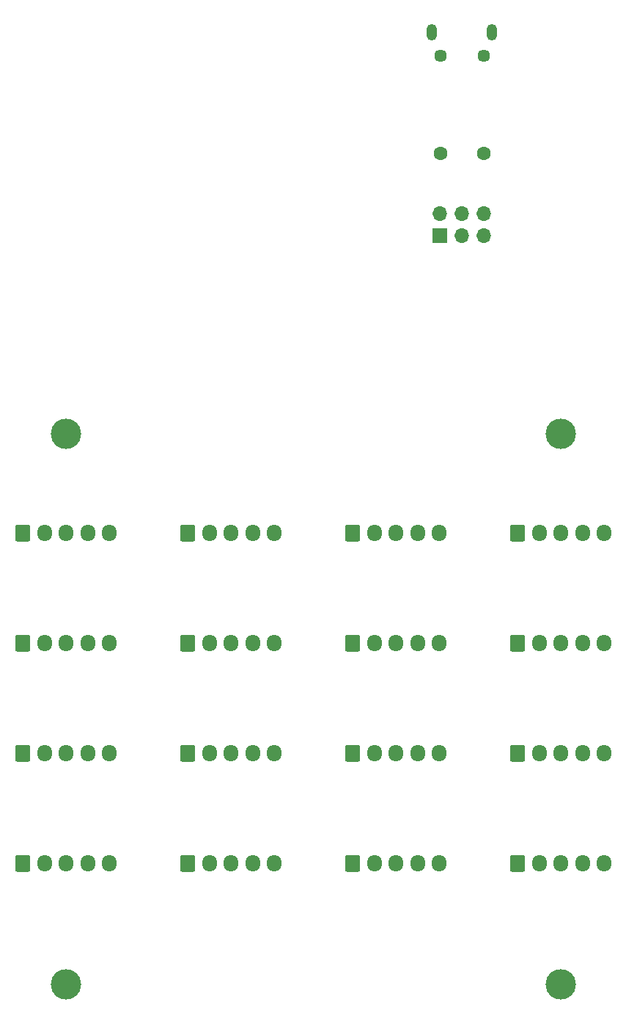
<source format=gbr>
G04 #@! TF.GenerationSoftware,KiCad,Pcbnew,(5.1.5-0-10_14)*
G04 #@! TF.CreationDate,2020-07-04T20:20:26+02:00*
G04 #@! TF.ProjectId,controller,636f6e74-726f-46c6-9c65-722e6b696361,rev?*
G04 #@! TF.SameCoordinates,Original*
G04 #@! TF.FileFunction,Soldermask,Bot*
G04 #@! TF.FilePolarity,Negative*
%FSLAX46Y46*%
G04 Gerber Fmt 4.6, Leading zero omitted, Abs format (unit mm)*
G04 Created by KiCad (PCBNEW (5.1.5-0-10_14)) date 2020-07-04 20:20:26*
%MOMM*%
%LPD*%
G04 APERTURE LIST*
%ADD10O,1.200000X1.900000*%
%ADD11C,1.450000*%
%ADD12O,1.700000X1.950000*%
%ADD13C,0.100000*%
%ADD14O,1.700000X1.700000*%
%ADD15R,1.700000X1.700000*%
%ADD16C,1.600000*%
%ADD17C,3.500000*%
G04 APERTURE END LIST*
D10*
X143185000Y-51467500D03*
X150185000Y-51467500D03*
D11*
X144185000Y-54167500D03*
X149185000Y-54167500D03*
D12*
X163115000Y-109220000D03*
X160615000Y-109220000D03*
X158115000Y-109220000D03*
X155615000Y-109220000D03*
D13*
G36*
X153739504Y-108246204D02*
G01*
X153763773Y-108249804D01*
X153787571Y-108255765D01*
X153810671Y-108264030D01*
X153832849Y-108274520D01*
X153853893Y-108287133D01*
X153873598Y-108301747D01*
X153891777Y-108318223D01*
X153908253Y-108336402D01*
X153922867Y-108356107D01*
X153935480Y-108377151D01*
X153945970Y-108399329D01*
X153954235Y-108422429D01*
X153960196Y-108446227D01*
X153963796Y-108470496D01*
X153965000Y-108495000D01*
X153965000Y-109945000D01*
X153963796Y-109969504D01*
X153960196Y-109993773D01*
X153954235Y-110017571D01*
X153945970Y-110040671D01*
X153935480Y-110062849D01*
X153922867Y-110083893D01*
X153908253Y-110103598D01*
X153891777Y-110121777D01*
X153873598Y-110138253D01*
X153853893Y-110152867D01*
X153832849Y-110165480D01*
X153810671Y-110175970D01*
X153787571Y-110184235D01*
X153763773Y-110190196D01*
X153739504Y-110193796D01*
X153715000Y-110195000D01*
X152515000Y-110195000D01*
X152490496Y-110193796D01*
X152466227Y-110190196D01*
X152442429Y-110184235D01*
X152419329Y-110175970D01*
X152397151Y-110165480D01*
X152376107Y-110152867D01*
X152356402Y-110138253D01*
X152338223Y-110121777D01*
X152321747Y-110103598D01*
X152307133Y-110083893D01*
X152294520Y-110062849D01*
X152284030Y-110040671D01*
X152275765Y-110017571D01*
X152269804Y-109993773D01*
X152266204Y-109969504D01*
X152265000Y-109945000D01*
X152265000Y-108495000D01*
X152266204Y-108470496D01*
X152269804Y-108446227D01*
X152275765Y-108422429D01*
X152284030Y-108399329D01*
X152294520Y-108377151D01*
X152307133Y-108356107D01*
X152321747Y-108336402D01*
X152338223Y-108318223D01*
X152356402Y-108301747D01*
X152376107Y-108287133D01*
X152397151Y-108274520D01*
X152419329Y-108264030D01*
X152442429Y-108255765D01*
X152466227Y-108249804D01*
X152490496Y-108246204D01*
X152515000Y-108245000D01*
X153715000Y-108245000D01*
X153739504Y-108246204D01*
G37*
D12*
X163115000Y-121920000D03*
X160615000Y-121920000D03*
X158115000Y-121920000D03*
X155615000Y-121920000D03*
D13*
G36*
X153739504Y-120946204D02*
G01*
X153763773Y-120949804D01*
X153787571Y-120955765D01*
X153810671Y-120964030D01*
X153832849Y-120974520D01*
X153853893Y-120987133D01*
X153873598Y-121001747D01*
X153891777Y-121018223D01*
X153908253Y-121036402D01*
X153922867Y-121056107D01*
X153935480Y-121077151D01*
X153945970Y-121099329D01*
X153954235Y-121122429D01*
X153960196Y-121146227D01*
X153963796Y-121170496D01*
X153965000Y-121195000D01*
X153965000Y-122645000D01*
X153963796Y-122669504D01*
X153960196Y-122693773D01*
X153954235Y-122717571D01*
X153945970Y-122740671D01*
X153935480Y-122762849D01*
X153922867Y-122783893D01*
X153908253Y-122803598D01*
X153891777Y-122821777D01*
X153873598Y-122838253D01*
X153853893Y-122852867D01*
X153832849Y-122865480D01*
X153810671Y-122875970D01*
X153787571Y-122884235D01*
X153763773Y-122890196D01*
X153739504Y-122893796D01*
X153715000Y-122895000D01*
X152515000Y-122895000D01*
X152490496Y-122893796D01*
X152466227Y-122890196D01*
X152442429Y-122884235D01*
X152419329Y-122875970D01*
X152397151Y-122865480D01*
X152376107Y-122852867D01*
X152356402Y-122838253D01*
X152338223Y-122821777D01*
X152321747Y-122803598D01*
X152307133Y-122783893D01*
X152294520Y-122762849D01*
X152284030Y-122740671D01*
X152275765Y-122717571D01*
X152269804Y-122693773D01*
X152266204Y-122669504D01*
X152265000Y-122645000D01*
X152265000Y-121195000D01*
X152266204Y-121170496D01*
X152269804Y-121146227D01*
X152275765Y-121122429D01*
X152284030Y-121099329D01*
X152294520Y-121077151D01*
X152307133Y-121056107D01*
X152321747Y-121036402D01*
X152338223Y-121018223D01*
X152356402Y-121001747D01*
X152376107Y-120987133D01*
X152397151Y-120974520D01*
X152419329Y-120964030D01*
X152442429Y-120955765D01*
X152466227Y-120949804D01*
X152490496Y-120946204D01*
X152515000Y-120945000D01*
X153715000Y-120945000D01*
X153739504Y-120946204D01*
G37*
D12*
X163115000Y-134620000D03*
X160615000Y-134620000D03*
X158115000Y-134620000D03*
X155615000Y-134620000D03*
D13*
G36*
X153739504Y-133646204D02*
G01*
X153763773Y-133649804D01*
X153787571Y-133655765D01*
X153810671Y-133664030D01*
X153832849Y-133674520D01*
X153853893Y-133687133D01*
X153873598Y-133701747D01*
X153891777Y-133718223D01*
X153908253Y-133736402D01*
X153922867Y-133756107D01*
X153935480Y-133777151D01*
X153945970Y-133799329D01*
X153954235Y-133822429D01*
X153960196Y-133846227D01*
X153963796Y-133870496D01*
X153965000Y-133895000D01*
X153965000Y-135345000D01*
X153963796Y-135369504D01*
X153960196Y-135393773D01*
X153954235Y-135417571D01*
X153945970Y-135440671D01*
X153935480Y-135462849D01*
X153922867Y-135483893D01*
X153908253Y-135503598D01*
X153891777Y-135521777D01*
X153873598Y-135538253D01*
X153853893Y-135552867D01*
X153832849Y-135565480D01*
X153810671Y-135575970D01*
X153787571Y-135584235D01*
X153763773Y-135590196D01*
X153739504Y-135593796D01*
X153715000Y-135595000D01*
X152515000Y-135595000D01*
X152490496Y-135593796D01*
X152466227Y-135590196D01*
X152442429Y-135584235D01*
X152419329Y-135575970D01*
X152397151Y-135565480D01*
X152376107Y-135552867D01*
X152356402Y-135538253D01*
X152338223Y-135521777D01*
X152321747Y-135503598D01*
X152307133Y-135483893D01*
X152294520Y-135462849D01*
X152284030Y-135440671D01*
X152275765Y-135417571D01*
X152269804Y-135393773D01*
X152266204Y-135369504D01*
X152265000Y-135345000D01*
X152265000Y-133895000D01*
X152266204Y-133870496D01*
X152269804Y-133846227D01*
X152275765Y-133822429D01*
X152284030Y-133799329D01*
X152294520Y-133777151D01*
X152307133Y-133756107D01*
X152321747Y-133736402D01*
X152338223Y-133718223D01*
X152356402Y-133701747D01*
X152376107Y-133687133D01*
X152397151Y-133674520D01*
X152419329Y-133664030D01*
X152442429Y-133655765D01*
X152466227Y-133649804D01*
X152490496Y-133646204D01*
X152515000Y-133645000D01*
X153715000Y-133645000D01*
X153739504Y-133646204D01*
G37*
D12*
X163115000Y-147320000D03*
X160615000Y-147320000D03*
X158115000Y-147320000D03*
X155615000Y-147320000D03*
D13*
G36*
X153739504Y-146346204D02*
G01*
X153763773Y-146349804D01*
X153787571Y-146355765D01*
X153810671Y-146364030D01*
X153832849Y-146374520D01*
X153853893Y-146387133D01*
X153873598Y-146401747D01*
X153891777Y-146418223D01*
X153908253Y-146436402D01*
X153922867Y-146456107D01*
X153935480Y-146477151D01*
X153945970Y-146499329D01*
X153954235Y-146522429D01*
X153960196Y-146546227D01*
X153963796Y-146570496D01*
X153965000Y-146595000D01*
X153965000Y-148045000D01*
X153963796Y-148069504D01*
X153960196Y-148093773D01*
X153954235Y-148117571D01*
X153945970Y-148140671D01*
X153935480Y-148162849D01*
X153922867Y-148183893D01*
X153908253Y-148203598D01*
X153891777Y-148221777D01*
X153873598Y-148238253D01*
X153853893Y-148252867D01*
X153832849Y-148265480D01*
X153810671Y-148275970D01*
X153787571Y-148284235D01*
X153763773Y-148290196D01*
X153739504Y-148293796D01*
X153715000Y-148295000D01*
X152515000Y-148295000D01*
X152490496Y-148293796D01*
X152466227Y-148290196D01*
X152442429Y-148284235D01*
X152419329Y-148275970D01*
X152397151Y-148265480D01*
X152376107Y-148252867D01*
X152356402Y-148238253D01*
X152338223Y-148221777D01*
X152321747Y-148203598D01*
X152307133Y-148183893D01*
X152294520Y-148162849D01*
X152284030Y-148140671D01*
X152275765Y-148117571D01*
X152269804Y-148093773D01*
X152266204Y-148069504D01*
X152265000Y-148045000D01*
X152265000Y-146595000D01*
X152266204Y-146570496D01*
X152269804Y-146546227D01*
X152275765Y-146522429D01*
X152284030Y-146499329D01*
X152294520Y-146477151D01*
X152307133Y-146456107D01*
X152321747Y-146436402D01*
X152338223Y-146418223D01*
X152356402Y-146401747D01*
X152376107Y-146387133D01*
X152397151Y-146374520D01*
X152419329Y-146364030D01*
X152442429Y-146355765D01*
X152466227Y-146349804D01*
X152490496Y-146346204D01*
X152515000Y-146345000D01*
X153715000Y-146345000D01*
X153739504Y-146346204D01*
G37*
D12*
X144065000Y-147320000D03*
X141565000Y-147320000D03*
X139065000Y-147320000D03*
X136565000Y-147320000D03*
D13*
G36*
X134689504Y-146346204D02*
G01*
X134713773Y-146349804D01*
X134737571Y-146355765D01*
X134760671Y-146364030D01*
X134782849Y-146374520D01*
X134803893Y-146387133D01*
X134823598Y-146401747D01*
X134841777Y-146418223D01*
X134858253Y-146436402D01*
X134872867Y-146456107D01*
X134885480Y-146477151D01*
X134895970Y-146499329D01*
X134904235Y-146522429D01*
X134910196Y-146546227D01*
X134913796Y-146570496D01*
X134915000Y-146595000D01*
X134915000Y-148045000D01*
X134913796Y-148069504D01*
X134910196Y-148093773D01*
X134904235Y-148117571D01*
X134895970Y-148140671D01*
X134885480Y-148162849D01*
X134872867Y-148183893D01*
X134858253Y-148203598D01*
X134841777Y-148221777D01*
X134823598Y-148238253D01*
X134803893Y-148252867D01*
X134782849Y-148265480D01*
X134760671Y-148275970D01*
X134737571Y-148284235D01*
X134713773Y-148290196D01*
X134689504Y-148293796D01*
X134665000Y-148295000D01*
X133465000Y-148295000D01*
X133440496Y-148293796D01*
X133416227Y-148290196D01*
X133392429Y-148284235D01*
X133369329Y-148275970D01*
X133347151Y-148265480D01*
X133326107Y-148252867D01*
X133306402Y-148238253D01*
X133288223Y-148221777D01*
X133271747Y-148203598D01*
X133257133Y-148183893D01*
X133244520Y-148162849D01*
X133234030Y-148140671D01*
X133225765Y-148117571D01*
X133219804Y-148093773D01*
X133216204Y-148069504D01*
X133215000Y-148045000D01*
X133215000Y-146595000D01*
X133216204Y-146570496D01*
X133219804Y-146546227D01*
X133225765Y-146522429D01*
X133234030Y-146499329D01*
X133244520Y-146477151D01*
X133257133Y-146456107D01*
X133271747Y-146436402D01*
X133288223Y-146418223D01*
X133306402Y-146401747D01*
X133326107Y-146387133D01*
X133347151Y-146374520D01*
X133369329Y-146364030D01*
X133392429Y-146355765D01*
X133416227Y-146349804D01*
X133440496Y-146346204D01*
X133465000Y-146345000D01*
X134665000Y-146345000D01*
X134689504Y-146346204D01*
G37*
D12*
X144065000Y-134620000D03*
X141565000Y-134620000D03*
X139065000Y-134620000D03*
X136565000Y-134620000D03*
D13*
G36*
X134689504Y-133646204D02*
G01*
X134713773Y-133649804D01*
X134737571Y-133655765D01*
X134760671Y-133664030D01*
X134782849Y-133674520D01*
X134803893Y-133687133D01*
X134823598Y-133701747D01*
X134841777Y-133718223D01*
X134858253Y-133736402D01*
X134872867Y-133756107D01*
X134885480Y-133777151D01*
X134895970Y-133799329D01*
X134904235Y-133822429D01*
X134910196Y-133846227D01*
X134913796Y-133870496D01*
X134915000Y-133895000D01*
X134915000Y-135345000D01*
X134913796Y-135369504D01*
X134910196Y-135393773D01*
X134904235Y-135417571D01*
X134895970Y-135440671D01*
X134885480Y-135462849D01*
X134872867Y-135483893D01*
X134858253Y-135503598D01*
X134841777Y-135521777D01*
X134823598Y-135538253D01*
X134803893Y-135552867D01*
X134782849Y-135565480D01*
X134760671Y-135575970D01*
X134737571Y-135584235D01*
X134713773Y-135590196D01*
X134689504Y-135593796D01*
X134665000Y-135595000D01*
X133465000Y-135595000D01*
X133440496Y-135593796D01*
X133416227Y-135590196D01*
X133392429Y-135584235D01*
X133369329Y-135575970D01*
X133347151Y-135565480D01*
X133326107Y-135552867D01*
X133306402Y-135538253D01*
X133288223Y-135521777D01*
X133271747Y-135503598D01*
X133257133Y-135483893D01*
X133244520Y-135462849D01*
X133234030Y-135440671D01*
X133225765Y-135417571D01*
X133219804Y-135393773D01*
X133216204Y-135369504D01*
X133215000Y-135345000D01*
X133215000Y-133895000D01*
X133216204Y-133870496D01*
X133219804Y-133846227D01*
X133225765Y-133822429D01*
X133234030Y-133799329D01*
X133244520Y-133777151D01*
X133257133Y-133756107D01*
X133271747Y-133736402D01*
X133288223Y-133718223D01*
X133306402Y-133701747D01*
X133326107Y-133687133D01*
X133347151Y-133674520D01*
X133369329Y-133664030D01*
X133392429Y-133655765D01*
X133416227Y-133649804D01*
X133440496Y-133646204D01*
X133465000Y-133645000D01*
X134665000Y-133645000D01*
X134689504Y-133646204D01*
G37*
D12*
X144065000Y-121920000D03*
X141565000Y-121920000D03*
X139065000Y-121920000D03*
X136565000Y-121920000D03*
D13*
G36*
X134689504Y-120946204D02*
G01*
X134713773Y-120949804D01*
X134737571Y-120955765D01*
X134760671Y-120964030D01*
X134782849Y-120974520D01*
X134803893Y-120987133D01*
X134823598Y-121001747D01*
X134841777Y-121018223D01*
X134858253Y-121036402D01*
X134872867Y-121056107D01*
X134885480Y-121077151D01*
X134895970Y-121099329D01*
X134904235Y-121122429D01*
X134910196Y-121146227D01*
X134913796Y-121170496D01*
X134915000Y-121195000D01*
X134915000Y-122645000D01*
X134913796Y-122669504D01*
X134910196Y-122693773D01*
X134904235Y-122717571D01*
X134895970Y-122740671D01*
X134885480Y-122762849D01*
X134872867Y-122783893D01*
X134858253Y-122803598D01*
X134841777Y-122821777D01*
X134823598Y-122838253D01*
X134803893Y-122852867D01*
X134782849Y-122865480D01*
X134760671Y-122875970D01*
X134737571Y-122884235D01*
X134713773Y-122890196D01*
X134689504Y-122893796D01*
X134665000Y-122895000D01*
X133465000Y-122895000D01*
X133440496Y-122893796D01*
X133416227Y-122890196D01*
X133392429Y-122884235D01*
X133369329Y-122875970D01*
X133347151Y-122865480D01*
X133326107Y-122852867D01*
X133306402Y-122838253D01*
X133288223Y-122821777D01*
X133271747Y-122803598D01*
X133257133Y-122783893D01*
X133244520Y-122762849D01*
X133234030Y-122740671D01*
X133225765Y-122717571D01*
X133219804Y-122693773D01*
X133216204Y-122669504D01*
X133215000Y-122645000D01*
X133215000Y-121195000D01*
X133216204Y-121170496D01*
X133219804Y-121146227D01*
X133225765Y-121122429D01*
X133234030Y-121099329D01*
X133244520Y-121077151D01*
X133257133Y-121056107D01*
X133271747Y-121036402D01*
X133288223Y-121018223D01*
X133306402Y-121001747D01*
X133326107Y-120987133D01*
X133347151Y-120974520D01*
X133369329Y-120964030D01*
X133392429Y-120955765D01*
X133416227Y-120949804D01*
X133440496Y-120946204D01*
X133465000Y-120945000D01*
X134665000Y-120945000D01*
X134689504Y-120946204D01*
G37*
D12*
X144065000Y-109220000D03*
X141565000Y-109220000D03*
X139065000Y-109220000D03*
X136565000Y-109220000D03*
D13*
G36*
X134689504Y-108246204D02*
G01*
X134713773Y-108249804D01*
X134737571Y-108255765D01*
X134760671Y-108264030D01*
X134782849Y-108274520D01*
X134803893Y-108287133D01*
X134823598Y-108301747D01*
X134841777Y-108318223D01*
X134858253Y-108336402D01*
X134872867Y-108356107D01*
X134885480Y-108377151D01*
X134895970Y-108399329D01*
X134904235Y-108422429D01*
X134910196Y-108446227D01*
X134913796Y-108470496D01*
X134915000Y-108495000D01*
X134915000Y-109945000D01*
X134913796Y-109969504D01*
X134910196Y-109993773D01*
X134904235Y-110017571D01*
X134895970Y-110040671D01*
X134885480Y-110062849D01*
X134872867Y-110083893D01*
X134858253Y-110103598D01*
X134841777Y-110121777D01*
X134823598Y-110138253D01*
X134803893Y-110152867D01*
X134782849Y-110165480D01*
X134760671Y-110175970D01*
X134737571Y-110184235D01*
X134713773Y-110190196D01*
X134689504Y-110193796D01*
X134665000Y-110195000D01*
X133465000Y-110195000D01*
X133440496Y-110193796D01*
X133416227Y-110190196D01*
X133392429Y-110184235D01*
X133369329Y-110175970D01*
X133347151Y-110165480D01*
X133326107Y-110152867D01*
X133306402Y-110138253D01*
X133288223Y-110121777D01*
X133271747Y-110103598D01*
X133257133Y-110083893D01*
X133244520Y-110062849D01*
X133234030Y-110040671D01*
X133225765Y-110017571D01*
X133219804Y-109993773D01*
X133216204Y-109969504D01*
X133215000Y-109945000D01*
X133215000Y-108495000D01*
X133216204Y-108470496D01*
X133219804Y-108446227D01*
X133225765Y-108422429D01*
X133234030Y-108399329D01*
X133244520Y-108377151D01*
X133257133Y-108356107D01*
X133271747Y-108336402D01*
X133288223Y-108318223D01*
X133306402Y-108301747D01*
X133326107Y-108287133D01*
X133347151Y-108274520D01*
X133369329Y-108264030D01*
X133392429Y-108255765D01*
X133416227Y-108249804D01*
X133440496Y-108246204D01*
X133465000Y-108245000D01*
X134665000Y-108245000D01*
X134689504Y-108246204D01*
G37*
D12*
X125015000Y-147320000D03*
X122515000Y-147320000D03*
X120015000Y-147320000D03*
X117515000Y-147320000D03*
D13*
G36*
X115639504Y-146346204D02*
G01*
X115663773Y-146349804D01*
X115687571Y-146355765D01*
X115710671Y-146364030D01*
X115732849Y-146374520D01*
X115753893Y-146387133D01*
X115773598Y-146401747D01*
X115791777Y-146418223D01*
X115808253Y-146436402D01*
X115822867Y-146456107D01*
X115835480Y-146477151D01*
X115845970Y-146499329D01*
X115854235Y-146522429D01*
X115860196Y-146546227D01*
X115863796Y-146570496D01*
X115865000Y-146595000D01*
X115865000Y-148045000D01*
X115863796Y-148069504D01*
X115860196Y-148093773D01*
X115854235Y-148117571D01*
X115845970Y-148140671D01*
X115835480Y-148162849D01*
X115822867Y-148183893D01*
X115808253Y-148203598D01*
X115791777Y-148221777D01*
X115773598Y-148238253D01*
X115753893Y-148252867D01*
X115732849Y-148265480D01*
X115710671Y-148275970D01*
X115687571Y-148284235D01*
X115663773Y-148290196D01*
X115639504Y-148293796D01*
X115615000Y-148295000D01*
X114415000Y-148295000D01*
X114390496Y-148293796D01*
X114366227Y-148290196D01*
X114342429Y-148284235D01*
X114319329Y-148275970D01*
X114297151Y-148265480D01*
X114276107Y-148252867D01*
X114256402Y-148238253D01*
X114238223Y-148221777D01*
X114221747Y-148203598D01*
X114207133Y-148183893D01*
X114194520Y-148162849D01*
X114184030Y-148140671D01*
X114175765Y-148117571D01*
X114169804Y-148093773D01*
X114166204Y-148069504D01*
X114165000Y-148045000D01*
X114165000Y-146595000D01*
X114166204Y-146570496D01*
X114169804Y-146546227D01*
X114175765Y-146522429D01*
X114184030Y-146499329D01*
X114194520Y-146477151D01*
X114207133Y-146456107D01*
X114221747Y-146436402D01*
X114238223Y-146418223D01*
X114256402Y-146401747D01*
X114276107Y-146387133D01*
X114297151Y-146374520D01*
X114319329Y-146364030D01*
X114342429Y-146355765D01*
X114366227Y-146349804D01*
X114390496Y-146346204D01*
X114415000Y-146345000D01*
X115615000Y-146345000D01*
X115639504Y-146346204D01*
G37*
D12*
X125015000Y-134620000D03*
X122515000Y-134620000D03*
X120015000Y-134620000D03*
X117515000Y-134620000D03*
D13*
G36*
X115639504Y-133646204D02*
G01*
X115663773Y-133649804D01*
X115687571Y-133655765D01*
X115710671Y-133664030D01*
X115732849Y-133674520D01*
X115753893Y-133687133D01*
X115773598Y-133701747D01*
X115791777Y-133718223D01*
X115808253Y-133736402D01*
X115822867Y-133756107D01*
X115835480Y-133777151D01*
X115845970Y-133799329D01*
X115854235Y-133822429D01*
X115860196Y-133846227D01*
X115863796Y-133870496D01*
X115865000Y-133895000D01*
X115865000Y-135345000D01*
X115863796Y-135369504D01*
X115860196Y-135393773D01*
X115854235Y-135417571D01*
X115845970Y-135440671D01*
X115835480Y-135462849D01*
X115822867Y-135483893D01*
X115808253Y-135503598D01*
X115791777Y-135521777D01*
X115773598Y-135538253D01*
X115753893Y-135552867D01*
X115732849Y-135565480D01*
X115710671Y-135575970D01*
X115687571Y-135584235D01*
X115663773Y-135590196D01*
X115639504Y-135593796D01*
X115615000Y-135595000D01*
X114415000Y-135595000D01*
X114390496Y-135593796D01*
X114366227Y-135590196D01*
X114342429Y-135584235D01*
X114319329Y-135575970D01*
X114297151Y-135565480D01*
X114276107Y-135552867D01*
X114256402Y-135538253D01*
X114238223Y-135521777D01*
X114221747Y-135503598D01*
X114207133Y-135483893D01*
X114194520Y-135462849D01*
X114184030Y-135440671D01*
X114175765Y-135417571D01*
X114169804Y-135393773D01*
X114166204Y-135369504D01*
X114165000Y-135345000D01*
X114165000Y-133895000D01*
X114166204Y-133870496D01*
X114169804Y-133846227D01*
X114175765Y-133822429D01*
X114184030Y-133799329D01*
X114194520Y-133777151D01*
X114207133Y-133756107D01*
X114221747Y-133736402D01*
X114238223Y-133718223D01*
X114256402Y-133701747D01*
X114276107Y-133687133D01*
X114297151Y-133674520D01*
X114319329Y-133664030D01*
X114342429Y-133655765D01*
X114366227Y-133649804D01*
X114390496Y-133646204D01*
X114415000Y-133645000D01*
X115615000Y-133645000D01*
X115639504Y-133646204D01*
G37*
D12*
X125015000Y-121920000D03*
X122515000Y-121920000D03*
X120015000Y-121920000D03*
X117515000Y-121920000D03*
D13*
G36*
X115639504Y-120946204D02*
G01*
X115663773Y-120949804D01*
X115687571Y-120955765D01*
X115710671Y-120964030D01*
X115732849Y-120974520D01*
X115753893Y-120987133D01*
X115773598Y-121001747D01*
X115791777Y-121018223D01*
X115808253Y-121036402D01*
X115822867Y-121056107D01*
X115835480Y-121077151D01*
X115845970Y-121099329D01*
X115854235Y-121122429D01*
X115860196Y-121146227D01*
X115863796Y-121170496D01*
X115865000Y-121195000D01*
X115865000Y-122645000D01*
X115863796Y-122669504D01*
X115860196Y-122693773D01*
X115854235Y-122717571D01*
X115845970Y-122740671D01*
X115835480Y-122762849D01*
X115822867Y-122783893D01*
X115808253Y-122803598D01*
X115791777Y-122821777D01*
X115773598Y-122838253D01*
X115753893Y-122852867D01*
X115732849Y-122865480D01*
X115710671Y-122875970D01*
X115687571Y-122884235D01*
X115663773Y-122890196D01*
X115639504Y-122893796D01*
X115615000Y-122895000D01*
X114415000Y-122895000D01*
X114390496Y-122893796D01*
X114366227Y-122890196D01*
X114342429Y-122884235D01*
X114319329Y-122875970D01*
X114297151Y-122865480D01*
X114276107Y-122852867D01*
X114256402Y-122838253D01*
X114238223Y-122821777D01*
X114221747Y-122803598D01*
X114207133Y-122783893D01*
X114194520Y-122762849D01*
X114184030Y-122740671D01*
X114175765Y-122717571D01*
X114169804Y-122693773D01*
X114166204Y-122669504D01*
X114165000Y-122645000D01*
X114165000Y-121195000D01*
X114166204Y-121170496D01*
X114169804Y-121146227D01*
X114175765Y-121122429D01*
X114184030Y-121099329D01*
X114194520Y-121077151D01*
X114207133Y-121056107D01*
X114221747Y-121036402D01*
X114238223Y-121018223D01*
X114256402Y-121001747D01*
X114276107Y-120987133D01*
X114297151Y-120974520D01*
X114319329Y-120964030D01*
X114342429Y-120955765D01*
X114366227Y-120949804D01*
X114390496Y-120946204D01*
X114415000Y-120945000D01*
X115615000Y-120945000D01*
X115639504Y-120946204D01*
G37*
D12*
X125015000Y-109220000D03*
X122515000Y-109220000D03*
X120015000Y-109220000D03*
X117515000Y-109220000D03*
D13*
G36*
X115639504Y-108246204D02*
G01*
X115663773Y-108249804D01*
X115687571Y-108255765D01*
X115710671Y-108264030D01*
X115732849Y-108274520D01*
X115753893Y-108287133D01*
X115773598Y-108301747D01*
X115791777Y-108318223D01*
X115808253Y-108336402D01*
X115822867Y-108356107D01*
X115835480Y-108377151D01*
X115845970Y-108399329D01*
X115854235Y-108422429D01*
X115860196Y-108446227D01*
X115863796Y-108470496D01*
X115865000Y-108495000D01*
X115865000Y-109945000D01*
X115863796Y-109969504D01*
X115860196Y-109993773D01*
X115854235Y-110017571D01*
X115845970Y-110040671D01*
X115835480Y-110062849D01*
X115822867Y-110083893D01*
X115808253Y-110103598D01*
X115791777Y-110121777D01*
X115773598Y-110138253D01*
X115753893Y-110152867D01*
X115732849Y-110165480D01*
X115710671Y-110175970D01*
X115687571Y-110184235D01*
X115663773Y-110190196D01*
X115639504Y-110193796D01*
X115615000Y-110195000D01*
X114415000Y-110195000D01*
X114390496Y-110193796D01*
X114366227Y-110190196D01*
X114342429Y-110184235D01*
X114319329Y-110175970D01*
X114297151Y-110165480D01*
X114276107Y-110152867D01*
X114256402Y-110138253D01*
X114238223Y-110121777D01*
X114221747Y-110103598D01*
X114207133Y-110083893D01*
X114194520Y-110062849D01*
X114184030Y-110040671D01*
X114175765Y-110017571D01*
X114169804Y-109993773D01*
X114166204Y-109969504D01*
X114165000Y-109945000D01*
X114165000Y-108495000D01*
X114166204Y-108470496D01*
X114169804Y-108446227D01*
X114175765Y-108422429D01*
X114184030Y-108399329D01*
X114194520Y-108377151D01*
X114207133Y-108356107D01*
X114221747Y-108336402D01*
X114238223Y-108318223D01*
X114256402Y-108301747D01*
X114276107Y-108287133D01*
X114297151Y-108274520D01*
X114319329Y-108264030D01*
X114342429Y-108255765D01*
X114366227Y-108249804D01*
X114390496Y-108246204D01*
X114415000Y-108245000D01*
X115615000Y-108245000D01*
X115639504Y-108246204D01*
G37*
D12*
X105965000Y-109220000D03*
X103465000Y-109220000D03*
X100965000Y-109220000D03*
X98465000Y-109220000D03*
D13*
G36*
X96589504Y-108246204D02*
G01*
X96613773Y-108249804D01*
X96637571Y-108255765D01*
X96660671Y-108264030D01*
X96682849Y-108274520D01*
X96703893Y-108287133D01*
X96723598Y-108301747D01*
X96741777Y-108318223D01*
X96758253Y-108336402D01*
X96772867Y-108356107D01*
X96785480Y-108377151D01*
X96795970Y-108399329D01*
X96804235Y-108422429D01*
X96810196Y-108446227D01*
X96813796Y-108470496D01*
X96815000Y-108495000D01*
X96815000Y-109945000D01*
X96813796Y-109969504D01*
X96810196Y-109993773D01*
X96804235Y-110017571D01*
X96795970Y-110040671D01*
X96785480Y-110062849D01*
X96772867Y-110083893D01*
X96758253Y-110103598D01*
X96741777Y-110121777D01*
X96723598Y-110138253D01*
X96703893Y-110152867D01*
X96682849Y-110165480D01*
X96660671Y-110175970D01*
X96637571Y-110184235D01*
X96613773Y-110190196D01*
X96589504Y-110193796D01*
X96565000Y-110195000D01*
X95365000Y-110195000D01*
X95340496Y-110193796D01*
X95316227Y-110190196D01*
X95292429Y-110184235D01*
X95269329Y-110175970D01*
X95247151Y-110165480D01*
X95226107Y-110152867D01*
X95206402Y-110138253D01*
X95188223Y-110121777D01*
X95171747Y-110103598D01*
X95157133Y-110083893D01*
X95144520Y-110062849D01*
X95134030Y-110040671D01*
X95125765Y-110017571D01*
X95119804Y-109993773D01*
X95116204Y-109969504D01*
X95115000Y-109945000D01*
X95115000Y-108495000D01*
X95116204Y-108470496D01*
X95119804Y-108446227D01*
X95125765Y-108422429D01*
X95134030Y-108399329D01*
X95144520Y-108377151D01*
X95157133Y-108356107D01*
X95171747Y-108336402D01*
X95188223Y-108318223D01*
X95206402Y-108301747D01*
X95226107Y-108287133D01*
X95247151Y-108274520D01*
X95269329Y-108264030D01*
X95292429Y-108255765D01*
X95316227Y-108249804D01*
X95340496Y-108246204D01*
X95365000Y-108245000D01*
X96565000Y-108245000D01*
X96589504Y-108246204D01*
G37*
D12*
X105965000Y-121920000D03*
X103465000Y-121920000D03*
X100965000Y-121920000D03*
X98465000Y-121920000D03*
D13*
G36*
X96589504Y-120946204D02*
G01*
X96613773Y-120949804D01*
X96637571Y-120955765D01*
X96660671Y-120964030D01*
X96682849Y-120974520D01*
X96703893Y-120987133D01*
X96723598Y-121001747D01*
X96741777Y-121018223D01*
X96758253Y-121036402D01*
X96772867Y-121056107D01*
X96785480Y-121077151D01*
X96795970Y-121099329D01*
X96804235Y-121122429D01*
X96810196Y-121146227D01*
X96813796Y-121170496D01*
X96815000Y-121195000D01*
X96815000Y-122645000D01*
X96813796Y-122669504D01*
X96810196Y-122693773D01*
X96804235Y-122717571D01*
X96795970Y-122740671D01*
X96785480Y-122762849D01*
X96772867Y-122783893D01*
X96758253Y-122803598D01*
X96741777Y-122821777D01*
X96723598Y-122838253D01*
X96703893Y-122852867D01*
X96682849Y-122865480D01*
X96660671Y-122875970D01*
X96637571Y-122884235D01*
X96613773Y-122890196D01*
X96589504Y-122893796D01*
X96565000Y-122895000D01*
X95365000Y-122895000D01*
X95340496Y-122893796D01*
X95316227Y-122890196D01*
X95292429Y-122884235D01*
X95269329Y-122875970D01*
X95247151Y-122865480D01*
X95226107Y-122852867D01*
X95206402Y-122838253D01*
X95188223Y-122821777D01*
X95171747Y-122803598D01*
X95157133Y-122783893D01*
X95144520Y-122762849D01*
X95134030Y-122740671D01*
X95125765Y-122717571D01*
X95119804Y-122693773D01*
X95116204Y-122669504D01*
X95115000Y-122645000D01*
X95115000Y-121195000D01*
X95116204Y-121170496D01*
X95119804Y-121146227D01*
X95125765Y-121122429D01*
X95134030Y-121099329D01*
X95144520Y-121077151D01*
X95157133Y-121056107D01*
X95171747Y-121036402D01*
X95188223Y-121018223D01*
X95206402Y-121001747D01*
X95226107Y-120987133D01*
X95247151Y-120974520D01*
X95269329Y-120964030D01*
X95292429Y-120955765D01*
X95316227Y-120949804D01*
X95340496Y-120946204D01*
X95365000Y-120945000D01*
X96565000Y-120945000D01*
X96589504Y-120946204D01*
G37*
D12*
X105965000Y-134620000D03*
X103465000Y-134620000D03*
X100965000Y-134620000D03*
X98465000Y-134620000D03*
D13*
G36*
X96589504Y-133646204D02*
G01*
X96613773Y-133649804D01*
X96637571Y-133655765D01*
X96660671Y-133664030D01*
X96682849Y-133674520D01*
X96703893Y-133687133D01*
X96723598Y-133701747D01*
X96741777Y-133718223D01*
X96758253Y-133736402D01*
X96772867Y-133756107D01*
X96785480Y-133777151D01*
X96795970Y-133799329D01*
X96804235Y-133822429D01*
X96810196Y-133846227D01*
X96813796Y-133870496D01*
X96815000Y-133895000D01*
X96815000Y-135345000D01*
X96813796Y-135369504D01*
X96810196Y-135393773D01*
X96804235Y-135417571D01*
X96795970Y-135440671D01*
X96785480Y-135462849D01*
X96772867Y-135483893D01*
X96758253Y-135503598D01*
X96741777Y-135521777D01*
X96723598Y-135538253D01*
X96703893Y-135552867D01*
X96682849Y-135565480D01*
X96660671Y-135575970D01*
X96637571Y-135584235D01*
X96613773Y-135590196D01*
X96589504Y-135593796D01*
X96565000Y-135595000D01*
X95365000Y-135595000D01*
X95340496Y-135593796D01*
X95316227Y-135590196D01*
X95292429Y-135584235D01*
X95269329Y-135575970D01*
X95247151Y-135565480D01*
X95226107Y-135552867D01*
X95206402Y-135538253D01*
X95188223Y-135521777D01*
X95171747Y-135503598D01*
X95157133Y-135483893D01*
X95144520Y-135462849D01*
X95134030Y-135440671D01*
X95125765Y-135417571D01*
X95119804Y-135393773D01*
X95116204Y-135369504D01*
X95115000Y-135345000D01*
X95115000Y-133895000D01*
X95116204Y-133870496D01*
X95119804Y-133846227D01*
X95125765Y-133822429D01*
X95134030Y-133799329D01*
X95144520Y-133777151D01*
X95157133Y-133756107D01*
X95171747Y-133736402D01*
X95188223Y-133718223D01*
X95206402Y-133701747D01*
X95226107Y-133687133D01*
X95247151Y-133674520D01*
X95269329Y-133664030D01*
X95292429Y-133655765D01*
X95316227Y-133649804D01*
X95340496Y-133646204D01*
X95365000Y-133645000D01*
X96565000Y-133645000D01*
X96589504Y-133646204D01*
G37*
D12*
X105965000Y-147320000D03*
X103465000Y-147320000D03*
X100965000Y-147320000D03*
X98465000Y-147320000D03*
D13*
G36*
X96589504Y-146346204D02*
G01*
X96613773Y-146349804D01*
X96637571Y-146355765D01*
X96660671Y-146364030D01*
X96682849Y-146374520D01*
X96703893Y-146387133D01*
X96723598Y-146401747D01*
X96741777Y-146418223D01*
X96758253Y-146436402D01*
X96772867Y-146456107D01*
X96785480Y-146477151D01*
X96795970Y-146499329D01*
X96804235Y-146522429D01*
X96810196Y-146546227D01*
X96813796Y-146570496D01*
X96815000Y-146595000D01*
X96815000Y-148045000D01*
X96813796Y-148069504D01*
X96810196Y-148093773D01*
X96804235Y-148117571D01*
X96795970Y-148140671D01*
X96785480Y-148162849D01*
X96772867Y-148183893D01*
X96758253Y-148203598D01*
X96741777Y-148221777D01*
X96723598Y-148238253D01*
X96703893Y-148252867D01*
X96682849Y-148265480D01*
X96660671Y-148275970D01*
X96637571Y-148284235D01*
X96613773Y-148290196D01*
X96589504Y-148293796D01*
X96565000Y-148295000D01*
X95365000Y-148295000D01*
X95340496Y-148293796D01*
X95316227Y-148290196D01*
X95292429Y-148284235D01*
X95269329Y-148275970D01*
X95247151Y-148265480D01*
X95226107Y-148252867D01*
X95206402Y-148238253D01*
X95188223Y-148221777D01*
X95171747Y-148203598D01*
X95157133Y-148183893D01*
X95144520Y-148162849D01*
X95134030Y-148140671D01*
X95125765Y-148117571D01*
X95119804Y-148093773D01*
X95116204Y-148069504D01*
X95115000Y-148045000D01*
X95115000Y-146595000D01*
X95116204Y-146570496D01*
X95119804Y-146546227D01*
X95125765Y-146522429D01*
X95134030Y-146499329D01*
X95144520Y-146477151D01*
X95157133Y-146456107D01*
X95171747Y-146436402D01*
X95188223Y-146418223D01*
X95206402Y-146401747D01*
X95226107Y-146387133D01*
X95247151Y-146374520D01*
X95269329Y-146364030D01*
X95292429Y-146355765D01*
X95316227Y-146349804D01*
X95340496Y-146346204D01*
X95365000Y-146345000D01*
X96565000Y-146345000D01*
X96589504Y-146346204D01*
G37*
D14*
X149225000Y-72390000D03*
X149225000Y-74930000D03*
X146685000Y-72390000D03*
X146685000Y-74930000D03*
X144145000Y-72390000D03*
D15*
X144145000Y-74930000D03*
D16*
X144225000Y-65405000D03*
X149225000Y-65405000D03*
D17*
X158115000Y-161290000D03*
X100965000Y-161290000D03*
X158115000Y-97790000D03*
X100965000Y-97790000D03*
M02*

</source>
